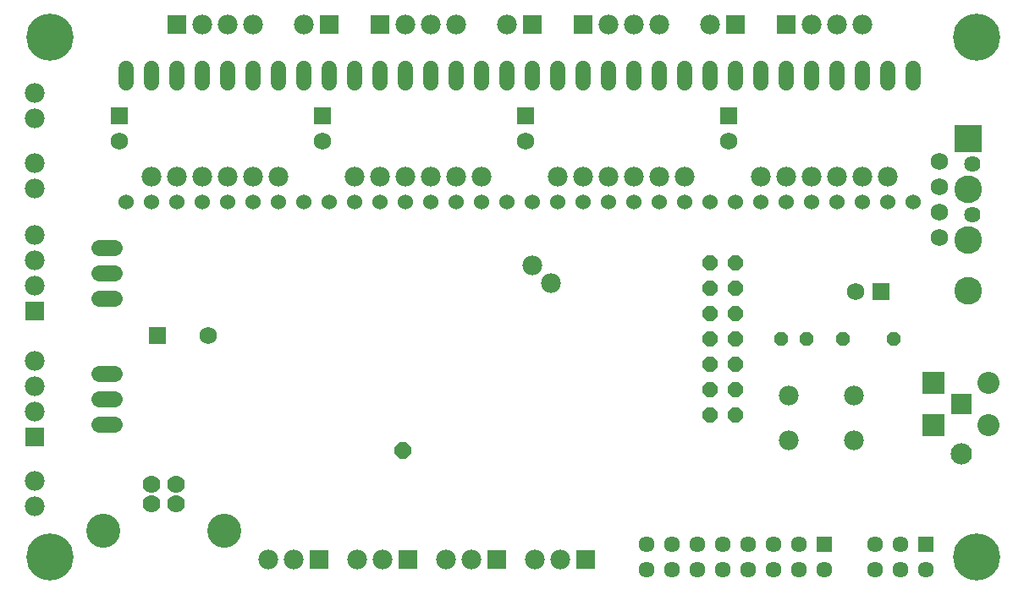
<source format=gbs>
G75*
G70*
%OFA0B0*%
%FSLAX24Y24*%
%IPPOS*%
%LPD*%
%AMOC8*
5,1,8,0,0,1.08239X$1,22.5*
%
%ADD10C,0.0600*%
%ADD11C,0.0600*%
%ADD12C,0.0690*%
%ADD13R,0.0690X0.0690*%
%ADD14R,0.0780X0.0780*%
%ADD15C,0.0780*%
%ADD16C,0.1090*%
%ADD17R,0.1090X0.1090*%
%ADD18C,0.0640*%
%ADD19R,0.0840X0.0840*%
%ADD20C,0.0840*%
%ADD21C,0.0867*%
%ADD22R,0.0867X0.0867*%
%ADD23C,0.0640*%
%ADD24C,0.1857*%
%ADD25C,0.0700*%
%ADD26C,0.1340*%
%ADD27OC8,0.0600*%
%ADD28C,0.0634*%
%ADD29R,0.0634X0.0634*%
%ADD30OC8,0.0560*%
%ADD31OC8,0.0640*%
D10*
X007161Y016971D03*
X008161Y016971D03*
X009161Y016971D03*
X010161Y016971D03*
X011161Y016971D03*
X012161Y016971D03*
X013161Y016971D03*
X014161Y016971D03*
X015161Y016971D03*
X016161Y016971D03*
X017161Y016971D03*
X018161Y016971D03*
X019161Y016971D03*
X020161Y016971D03*
X021161Y016971D03*
X022161Y016971D03*
X023161Y016971D03*
X024161Y016971D03*
X025161Y016971D03*
X026161Y016971D03*
X027161Y016971D03*
X028161Y016971D03*
X029161Y016971D03*
X030161Y016971D03*
X031161Y016971D03*
X032161Y016971D03*
X033161Y016971D03*
X034161Y016971D03*
X035161Y016971D03*
X036161Y016971D03*
X037161Y016971D03*
X038161Y016971D03*
D11*
X038161Y021691D02*
X038161Y022251D01*
X037161Y022251D02*
X037161Y021691D01*
X036161Y021691D02*
X036161Y022251D01*
X035161Y022251D02*
X035161Y021691D01*
X034161Y021691D02*
X034161Y022251D01*
X033161Y022251D02*
X033161Y021691D01*
X032161Y021691D02*
X032161Y022251D01*
X031161Y022251D02*
X031161Y021691D01*
X030161Y021691D02*
X030161Y022251D01*
X029161Y022251D02*
X029161Y021691D01*
X028161Y021691D02*
X028161Y022251D01*
X027161Y022251D02*
X027161Y021691D01*
X026161Y021691D02*
X026161Y022251D01*
X025161Y022251D02*
X025161Y021691D01*
X024161Y021691D02*
X024161Y022251D01*
X023161Y022251D02*
X023161Y021691D01*
X022161Y021691D02*
X022161Y022251D01*
X021161Y022251D02*
X021161Y021691D01*
X020161Y021691D02*
X020161Y022251D01*
X019161Y022251D02*
X019161Y021691D01*
X018161Y021691D02*
X018161Y022251D01*
X017161Y022251D02*
X017161Y021691D01*
X016161Y021691D02*
X016161Y022251D01*
X015161Y022251D02*
X015161Y021691D01*
X014161Y021691D02*
X014161Y022251D01*
X013161Y022251D02*
X013161Y021691D01*
X012161Y021691D02*
X012161Y022251D01*
X011161Y022251D02*
X011161Y021691D01*
X010161Y021691D02*
X010161Y022251D01*
X009161Y022251D02*
X009161Y021691D01*
X008161Y021691D02*
X008161Y022251D01*
X007161Y022251D02*
X007161Y021691D01*
D12*
X006911Y019371D03*
X014911Y019371D03*
X022911Y019371D03*
X030911Y019371D03*
X039211Y018590D03*
X039211Y017590D03*
X039211Y016590D03*
X039211Y015590D03*
X035911Y013446D03*
X010411Y011721D03*
D13*
X008411Y011721D03*
X006911Y020371D03*
X014911Y020371D03*
X022911Y020371D03*
X030911Y020371D03*
X036911Y013446D03*
D14*
X033161Y023971D03*
X031161Y023971D03*
X025161Y023971D03*
X023161Y023971D03*
X017161Y023971D03*
X015161Y023971D03*
X009161Y023971D03*
X003561Y012671D03*
X003561Y007721D03*
X014761Y002871D03*
X018261Y002871D03*
X021761Y002871D03*
X025261Y002871D03*
D15*
X024261Y002871D03*
X023261Y002871D03*
X020761Y002871D03*
X019761Y002871D03*
X017261Y002871D03*
X016261Y002871D03*
X013761Y002871D03*
X012761Y002871D03*
X003561Y004971D03*
X003561Y005971D03*
X003561Y008721D03*
X003561Y009721D03*
X003561Y010721D03*
X003561Y013671D03*
X003561Y014671D03*
X003561Y015671D03*
X003561Y017521D03*
X003561Y018521D03*
X003561Y020271D03*
X003561Y021271D03*
X008161Y017971D03*
X009161Y017971D03*
X010161Y017971D03*
X011161Y017971D03*
X012161Y017971D03*
X013161Y017971D03*
X016161Y017971D03*
X017161Y017971D03*
X018161Y017971D03*
X019161Y017971D03*
X020161Y017971D03*
X021161Y017971D03*
X024161Y017971D03*
X025161Y017971D03*
X026161Y017971D03*
X027161Y017971D03*
X028161Y017971D03*
X029161Y017971D03*
X032161Y017971D03*
X033161Y017971D03*
X034161Y017971D03*
X035161Y017971D03*
X036161Y017971D03*
X037161Y017971D03*
X036161Y023971D03*
X035161Y023971D03*
X034161Y023971D03*
X030161Y023971D03*
X028161Y023971D03*
X027161Y023971D03*
X026161Y023971D03*
X022161Y023971D03*
X020161Y023971D03*
X019161Y023971D03*
X018161Y023971D03*
X014161Y023971D03*
X012161Y023971D03*
X011161Y023971D03*
X010161Y023971D03*
X023189Y014493D03*
X023896Y013786D03*
X033281Y009361D03*
X035841Y009361D03*
X035841Y007581D03*
X033281Y007581D03*
D16*
X040354Y013490D03*
X040354Y015490D03*
X040354Y017490D03*
D17*
X040354Y019490D03*
D18*
X006711Y015171D02*
X006111Y015171D01*
X006111Y014171D02*
X006711Y014171D01*
X006711Y013171D02*
X006111Y013171D01*
X006111Y010221D02*
X006711Y010221D01*
X006711Y009221D02*
X006111Y009221D01*
X006111Y008221D02*
X006711Y008221D01*
D19*
X040061Y009021D03*
D20*
X040061Y007053D03*
D21*
X041143Y008195D03*
X041143Y009848D03*
D22*
X038978Y009848D03*
X038978Y008195D03*
D23*
X040511Y016490D03*
X040511Y018490D03*
D24*
X004161Y002971D03*
X004161Y023471D03*
X040661Y023471D03*
X040661Y002971D03*
D25*
X009153Y005071D03*
X008169Y005071D03*
X008169Y005851D03*
X009153Y005851D03*
D26*
X011031Y004001D03*
X006291Y004001D03*
D27*
X030161Y008571D03*
X031161Y008571D03*
X031161Y009571D03*
X030161Y009571D03*
X030161Y010571D03*
X031161Y010571D03*
X031161Y011571D03*
X030161Y011571D03*
X030161Y012571D03*
X031161Y012571D03*
X031161Y013571D03*
X030161Y013571D03*
X030161Y014571D03*
X031161Y014571D03*
D28*
X031661Y003471D03*
X032661Y003471D03*
X033661Y003471D03*
X033661Y002471D03*
X034661Y002471D03*
X036661Y002471D03*
X037661Y002471D03*
X038661Y002471D03*
X037661Y003471D03*
X036661Y003471D03*
X032661Y002471D03*
X031661Y002471D03*
X030661Y002471D03*
X029661Y002471D03*
X028661Y002471D03*
X027661Y002471D03*
X027661Y003471D03*
X028661Y003471D03*
X029661Y003471D03*
X030661Y003471D03*
D29*
X034661Y003471D03*
X038661Y003471D03*
D30*
X037411Y011571D03*
X035411Y011571D03*
X033961Y011571D03*
X032961Y011571D03*
D31*
X018061Y007171D03*
M02*

</source>
